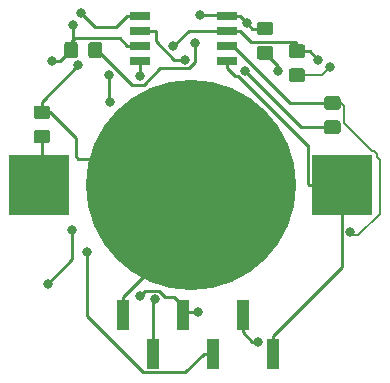
<source format=gbl>
G04 #@! TF.GenerationSoftware,KiCad,Pcbnew,(5.1.5)-3*
G04 #@! TF.CreationDate,2020-05-11T16:08:06-04:00*
G04 #@! TF.ProjectId,charlieplex,63686172-6c69-4657-906c-65782e6b6963,rev?*
G04 #@! TF.SameCoordinates,Original*
G04 #@! TF.FileFunction,Copper,L2,Bot*
G04 #@! TF.FilePolarity,Positive*
%FSLAX46Y46*%
G04 Gerber Fmt 4.6, Leading zero omitted, Abs format (unit mm)*
G04 Created by KiCad (PCBNEW (5.1.5)-3) date 2020-05-11 16:08:06*
%MOMM*%
%LPD*%
G04 APERTURE LIST*
%ADD10C,17.800000*%
%ADD11R,5.100000X5.100000*%
%ADD12R,1.700000X0.650000*%
%ADD13C,0.100000*%
%ADD14R,1.000000X2.510000*%
%ADD15C,0.800000*%
%ADD16C,0.250000*%
%ADD17C,0.200000*%
G04 APERTURE END LIST*
D10*
X189700000Y-114100000D03*
D11*
X202500000Y-114100000D03*
X176900000Y-114100000D03*
D12*
X192750000Y-103605000D03*
X192750000Y-102335000D03*
X192750000Y-101065000D03*
X192750000Y-99795000D03*
X185450000Y-99795000D03*
X185450000Y-101065000D03*
X185450000Y-102335000D03*
X185450000Y-103605000D03*
G04 #@! TA.AperFunction,SMDPad,CuDef*
D13*
G36*
X177574505Y-107401204D02*
G01*
X177598773Y-107404804D01*
X177622572Y-107410765D01*
X177645671Y-107419030D01*
X177667850Y-107429520D01*
X177688893Y-107442132D01*
X177708599Y-107456747D01*
X177726777Y-107473223D01*
X177743253Y-107491401D01*
X177757868Y-107511107D01*
X177770480Y-107532150D01*
X177780970Y-107554329D01*
X177789235Y-107577428D01*
X177795196Y-107601227D01*
X177798796Y-107625495D01*
X177800000Y-107649999D01*
X177800000Y-108300001D01*
X177798796Y-108324505D01*
X177795196Y-108348773D01*
X177789235Y-108372572D01*
X177780970Y-108395671D01*
X177770480Y-108417850D01*
X177757868Y-108438893D01*
X177743253Y-108458599D01*
X177726777Y-108476777D01*
X177708599Y-108493253D01*
X177688893Y-108507868D01*
X177667850Y-108520480D01*
X177645671Y-108530970D01*
X177622572Y-108539235D01*
X177598773Y-108545196D01*
X177574505Y-108548796D01*
X177550001Y-108550000D01*
X176649999Y-108550000D01*
X176625495Y-108548796D01*
X176601227Y-108545196D01*
X176577428Y-108539235D01*
X176554329Y-108530970D01*
X176532150Y-108520480D01*
X176511107Y-108507868D01*
X176491401Y-108493253D01*
X176473223Y-108476777D01*
X176456747Y-108458599D01*
X176442132Y-108438893D01*
X176429520Y-108417850D01*
X176419030Y-108395671D01*
X176410765Y-108372572D01*
X176404804Y-108348773D01*
X176401204Y-108324505D01*
X176400000Y-108300001D01*
X176400000Y-107649999D01*
X176401204Y-107625495D01*
X176404804Y-107601227D01*
X176410765Y-107577428D01*
X176419030Y-107554329D01*
X176429520Y-107532150D01*
X176442132Y-107511107D01*
X176456747Y-107491401D01*
X176473223Y-107473223D01*
X176491401Y-107456747D01*
X176511107Y-107442132D01*
X176532150Y-107429520D01*
X176554329Y-107419030D01*
X176577428Y-107410765D01*
X176601227Y-107404804D01*
X176625495Y-107401204D01*
X176649999Y-107400000D01*
X177550001Y-107400000D01*
X177574505Y-107401204D01*
G37*
G04 #@! TD.AperFunction*
G04 #@! TA.AperFunction,SMDPad,CuDef*
G36*
X177574505Y-109451204D02*
G01*
X177598773Y-109454804D01*
X177622572Y-109460765D01*
X177645671Y-109469030D01*
X177667850Y-109479520D01*
X177688893Y-109492132D01*
X177708599Y-109506747D01*
X177726777Y-109523223D01*
X177743253Y-109541401D01*
X177757868Y-109561107D01*
X177770480Y-109582150D01*
X177780970Y-109604329D01*
X177789235Y-109627428D01*
X177795196Y-109651227D01*
X177798796Y-109675495D01*
X177800000Y-109699999D01*
X177800000Y-110350001D01*
X177798796Y-110374505D01*
X177795196Y-110398773D01*
X177789235Y-110422572D01*
X177780970Y-110445671D01*
X177770480Y-110467850D01*
X177757868Y-110488893D01*
X177743253Y-110508599D01*
X177726777Y-110526777D01*
X177708599Y-110543253D01*
X177688893Y-110557868D01*
X177667850Y-110570480D01*
X177645671Y-110580970D01*
X177622572Y-110589235D01*
X177598773Y-110595196D01*
X177574505Y-110598796D01*
X177550001Y-110600000D01*
X176649999Y-110600000D01*
X176625495Y-110598796D01*
X176601227Y-110595196D01*
X176577428Y-110589235D01*
X176554329Y-110580970D01*
X176532150Y-110570480D01*
X176511107Y-110557868D01*
X176491401Y-110543253D01*
X176473223Y-110526777D01*
X176456747Y-110508599D01*
X176442132Y-110488893D01*
X176429520Y-110467850D01*
X176419030Y-110445671D01*
X176410765Y-110422572D01*
X176404804Y-110398773D01*
X176401204Y-110374505D01*
X176400000Y-110350001D01*
X176400000Y-109699999D01*
X176401204Y-109675495D01*
X176404804Y-109651227D01*
X176410765Y-109627428D01*
X176419030Y-109604329D01*
X176429520Y-109582150D01*
X176442132Y-109561107D01*
X176456747Y-109541401D01*
X176473223Y-109523223D01*
X176491401Y-109506747D01*
X176511107Y-109492132D01*
X176532150Y-109479520D01*
X176554329Y-109469030D01*
X176577428Y-109460765D01*
X176601227Y-109454804D01*
X176625495Y-109451204D01*
X176649999Y-109450000D01*
X177550001Y-109450000D01*
X177574505Y-109451204D01*
G37*
G04 #@! TD.AperFunction*
D14*
X183940000Y-125100000D03*
X189020000Y-125100000D03*
X194100000Y-125100000D03*
X186480000Y-128410000D03*
X191560000Y-128410000D03*
X196640000Y-128410000D03*
G04 #@! TA.AperFunction,SMDPad,CuDef*
D13*
G36*
X179924505Y-102001204D02*
G01*
X179948773Y-102004804D01*
X179972572Y-102010765D01*
X179995671Y-102019030D01*
X180017850Y-102029520D01*
X180038893Y-102042132D01*
X180058599Y-102056747D01*
X180076777Y-102073223D01*
X180093253Y-102091401D01*
X180107868Y-102111107D01*
X180120480Y-102132150D01*
X180130970Y-102154329D01*
X180139235Y-102177428D01*
X180145196Y-102201227D01*
X180148796Y-102225495D01*
X180150000Y-102249999D01*
X180150000Y-103150001D01*
X180148796Y-103174505D01*
X180145196Y-103198773D01*
X180139235Y-103222572D01*
X180130970Y-103245671D01*
X180120480Y-103267850D01*
X180107868Y-103288893D01*
X180093253Y-103308599D01*
X180076777Y-103326777D01*
X180058599Y-103343253D01*
X180038893Y-103357868D01*
X180017850Y-103370480D01*
X179995671Y-103380970D01*
X179972572Y-103389235D01*
X179948773Y-103395196D01*
X179924505Y-103398796D01*
X179900001Y-103400000D01*
X179249999Y-103400000D01*
X179225495Y-103398796D01*
X179201227Y-103395196D01*
X179177428Y-103389235D01*
X179154329Y-103380970D01*
X179132150Y-103370480D01*
X179111107Y-103357868D01*
X179091401Y-103343253D01*
X179073223Y-103326777D01*
X179056747Y-103308599D01*
X179042132Y-103288893D01*
X179029520Y-103267850D01*
X179019030Y-103245671D01*
X179010765Y-103222572D01*
X179004804Y-103198773D01*
X179001204Y-103174505D01*
X179000000Y-103150001D01*
X179000000Y-102249999D01*
X179001204Y-102225495D01*
X179004804Y-102201227D01*
X179010765Y-102177428D01*
X179019030Y-102154329D01*
X179029520Y-102132150D01*
X179042132Y-102111107D01*
X179056747Y-102091401D01*
X179073223Y-102073223D01*
X179091401Y-102056747D01*
X179111107Y-102042132D01*
X179132150Y-102029520D01*
X179154329Y-102019030D01*
X179177428Y-102010765D01*
X179201227Y-102004804D01*
X179225495Y-102001204D01*
X179249999Y-102000000D01*
X179900001Y-102000000D01*
X179924505Y-102001204D01*
G37*
G04 #@! TD.AperFunction*
G04 #@! TA.AperFunction,SMDPad,CuDef*
G36*
X181974505Y-102001204D02*
G01*
X181998773Y-102004804D01*
X182022572Y-102010765D01*
X182045671Y-102019030D01*
X182067850Y-102029520D01*
X182088893Y-102042132D01*
X182108599Y-102056747D01*
X182126777Y-102073223D01*
X182143253Y-102091401D01*
X182157868Y-102111107D01*
X182170480Y-102132150D01*
X182180970Y-102154329D01*
X182189235Y-102177428D01*
X182195196Y-102201227D01*
X182198796Y-102225495D01*
X182200000Y-102249999D01*
X182200000Y-103150001D01*
X182198796Y-103174505D01*
X182195196Y-103198773D01*
X182189235Y-103222572D01*
X182180970Y-103245671D01*
X182170480Y-103267850D01*
X182157868Y-103288893D01*
X182143253Y-103308599D01*
X182126777Y-103326777D01*
X182108599Y-103343253D01*
X182088893Y-103357868D01*
X182067850Y-103370480D01*
X182045671Y-103380970D01*
X182022572Y-103389235D01*
X181998773Y-103395196D01*
X181974505Y-103398796D01*
X181950001Y-103400000D01*
X181299999Y-103400000D01*
X181275495Y-103398796D01*
X181251227Y-103395196D01*
X181227428Y-103389235D01*
X181204329Y-103380970D01*
X181182150Y-103370480D01*
X181161107Y-103357868D01*
X181141401Y-103343253D01*
X181123223Y-103326777D01*
X181106747Y-103308599D01*
X181092132Y-103288893D01*
X181079520Y-103267850D01*
X181069030Y-103245671D01*
X181060765Y-103222572D01*
X181054804Y-103198773D01*
X181051204Y-103174505D01*
X181050000Y-103150001D01*
X181050000Y-102249999D01*
X181051204Y-102225495D01*
X181054804Y-102201227D01*
X181060765Y-102177428D01*
X181069030Y-102154329D01*
X181079520Y-102132150D01*
X181092132Y-102111107D01*
X181106747Y-102091401D01*
X181123223Y-102073223D01*
X181141401Y-102056747D01*
X181161107Y-102042132D01*
X181182150Y-102029520D01*
X181204329Y-102019030D01*
X181227428Y-102010765D01*
X181251227Y-102004804D01*
X181275495Y-102001204D01*
X181299999Y-102000000D01*
X181950001Y-102000000D01*
X181974505Y-102001204D01*
G37*
G04 #@! TD.AperFunction*
G04 #@! TA.AperFunction,SMDPad,CuDef*
G36*
X202174505Y-106601204D02*
G01*
X202198773Y-106604804D01*
X202222572Y-106610765D01*
X202245671Y-106619030D01*
X202267850Y-106629520D01*
X202288893Y-106642132D01*
X202308599Y-106656747D01*
X202326777Y-106673223D01*
X202343253Y-106691401D01*
X202357868Y-106711107D01*
X202370480Y-106732150D01*
X202380970Y-106754329D01*
X202389235Y-106777428D01*
X202395196Y-106801227D01*
X202398796Y-106825495D01*
X202400000Y-106849999D01*
X202400000Y-107500001D01*
X202398796Y-107524505D01*
X202395196Y-107548773D01*
X202389235Y-107572572D01*
X202380970Y-107595671D01*
X202370480Y-107617850D01*
X202357868Y-107638893D01*
X202343253Y-107658599D01*
X202326777Y-107676777D01*
X202308599Y-107693253D01*
X202288893Y-107707868D01*
X202267850Y-107720480D01*
X202245671Y-107730970D01*
X202222572Y-107739235D01*
X202198773Y-107745196D01*
X202174505Y-107748796D01*
X202150001Y-107750000D01*
X201249999Y-107750000D01*
X201225495Y-107748796D01*
X201201227Y-107745196D01*
X201177428Y-107739235D01*
X201154329Y-107730970D01*
X201132150Y-107720480D01*
X201111107Y-107707868D01*
X201091401Y-107693253D01*
X201073223Y-107676777D01*
X201056747Y-107658599D01*
X201042132Y-107638893D01*
X201029520Y-107617850D01*
X201019030Y-107595671D01*
X201010765Y-107572572D01*
X201004804Y-107548773D01*
X201001204Y-107524505D01*
X201000000Y-107500001D01*
X201000000Y-106849999D01*
X201001204Y-106825495D01*
X201004804Y-106801227D01*
X201010765Y-106777428D01*
X201019030Y-106754329D01*
X201029520Y-106732150D01*
X201042132Y-106711107D01*
X201056747Y-106691401D01*
X201073223Y-106673223D01*
X201091401Y-106656747D01*
X201111107Y-106642132D01*
X201132150Y-106629520D01*
X201154329Y-106619030D01*
X201177428Y-106610765D01*
X201201227Y-106604804D01*
X201225495Y-106601204D01*
X201249999Y-106600000D01*
X202150001Y-106600000D01*
X202174505Y-106601204D01*
G37*
G04 #@! TD.AperFunction*
G04 #@! TA.AperFunction,SMDPad,CuDef*
G36*
X202174505Y-108651204D02*
G01*
X202198773Y-108654804D01*
X202222572Y-108660765D01*
X202245671Y-108669030D01*
X202267850Y-108679520D01*
X202288893Y-108692132D01*
X202308599Y-108706747D01*
X202326777Y-108723223D01*
X202343253Y-108741401D01*
X202357868Y-108761107D01*
X202370480Y-108782150D01*
X202380970Y-108804329D01*
X202389235Y-108827428D01*
X202395196Y-108851227D01*
X202398796Y-108875495D01*
X202400000Y-108899999D01*
X202400000Y-109550001D01*
X202398796Y-109574505D01*
X202395196Y-109598773D01*
X202389235Y-109622572D01*
X202380970Y-109645671D01*
X202370480Y-109667850D01*
X202357868Y-109688893D01*
X202343253Y-109708599D01*
X202326777Y-109726777D01*
X202308599Y-109743253D01*
X202288893Y-109757868D01*
X202267850Y-109770480D01*
X202245671Y-109780970D01*
X202222572Y-109789235D01*
X202198773Y-109795196D01*
X202174505Y-109798796D01*
X202150001Y-109800000D01*
X201249999Y-109800000D01*
X201225495Y-109798796D01*
X201201227Y-109795196D01*
X201177428Y-109789235D01*
X201154329Y-109780970D01*
X201132150Y-109770480D01*
X201111107Y-109757868D01*
X201091401Y-109743253D01*
X201073223Y-109726777D01*
X201056747Y-109708599D01*
X201042132Y-109688893D01*
X201029520Y-109667850D01*
X201019030Y-109645671D01*
X201010765Y-109622572D01*
X201004804Y-109598773D01*
X201001204Y-109574505D01*
X201000000Y-109550001D01*
X201000000Y-108899999D01*
X201001204Y-108875495D01*
X201004804Y-108851227D01*
X201010765Y-108827428D01*
X201019030Y-108804329D01*
X201029520Y-108782150D01*
X201042132Y-108761107D01*
X201056747Y-108741401D01*
X201073223Y-108723223D01*
X201091401Y-108706747D01*
X201111107Y-108692132D01*
X201132150Y-108679520D01*
X201154329Y-108669030D01*
X201177428Y-108660765D01*
X201201227Y-108654804D01*
X201225495Y-108651204D01*
X201249999Y-108650000D01*
X202150001Y-108650000D01*
X202174505Y-108651204D01*
G37*
G04 #@! TD.AperFunction*
G04 #@! TA.AperFunction,SMDPad,CuDef*
G36*
X199174505Y-102201204D02*
G01*
X199198773Y-102204804D01*
X199222572Y-102210765D01*
X199245671Y-102219030D01*
X199267850Y-102229520D01*
X199288893Y-102242132D01*
X199308599Y-102256747D01*
X199326777Y-102273223D01*
X199343253Y-102291401D01*
X199357868Y-102311107D01*
X199370480Y-102332150D01*
X199380970Y-102354329D01*
X199389235Y-102377428D01*
X199395196Y-102401227D01*
X199398796Y-102425495D01*
X199400000Y-102449999D01*
X199400000Y-103100001D01*
X199398796Y-103124505D01*
X199395196Y-103148773D01*
X199389235Y-103172572D01*
X199380970Y-103195671D01*
X199370480Y-103217850D01*
X199357868Y-103238893D01*
X199343253Y-103258599D01*
X199326777Y-103276777D01*
X199308599Y-103293253D01*
X199288893Y-103307868D01*
X199267850Y-103320480D01*
X199245671Y-103330970D01*
X199222572Y-103339235D01*
X199198773Y-103345196D01*
X199174505Y-103348796D01*
X199150001Y-103350000D01*
X198249999Y-103350000D01*
X198225495Y-103348796D01*
X198201227Y-103345196D01*
X198177428Y-103339235D01*
X198154329Y-103330970D01*
X198132150Y-103320480D01*
X198111107Y-103307868D01*
X198091401Y-103293253D01*
X198073223Y-103276777D01*
X198056747Y-103258599D01*
X198042132Y-103238893D01*
X198029520Y-103217850D01*
X198019030Y-103195671D01*
X198010765Y-103172572D01*
X198004804Y-103148773D01*
X198001204Y-103124505D01*
X198000000Y-103100001D01*
X198000000Y-102449999D01*
X198001204Y-102425495D01*
X198004804Y-102401227D01*
X198010765Y-102377428D01*
X198019030Y-102354329D01*
X198029520Y-102332150D01*
X198042132Y-102311107D01*
X198056747Y-102291401D01*
X198073223Y-102273223D01*
X198091401Y-102256747D01*
X198111107Y-102242132D01*
X198132150Y-102229520D01*
X198154329Y-102219030D01*
X198177428Y-102210765D01*
X198201227Y-102204804D01*
X198225495Y-102201204D01*
X198249999Y-102200000D01*
X199150001Y-102200000D01*
X199174505Y-102201204D01*
G37*
G04 #@! TD.AperFunction*
G04 #@! TA.AperFunction,SMDPad,CuDef*
G36*
X199174505Y-104251204D02*
G01*
X199198773Y-104254804D01*
X199222572Y-104260765D01*
X199245671Y-104269030D01*
X199267850Y-104279520D01*
X199288893Y-104292132D01*
X199308599Y-104306747D01*
X199326777Y-104323223D01*
X199343253Y-104341401D01*
X199357868Y-104361107D01*
X199370480Y-104382150D01*
X199380970Y-104404329D01*
X199389235Y-104427428D01*
X199395196Y-104451227D01*
X199398796Y-104475495D01*
X199400000Y-104499999D01*
X199400000Y-105150001D01*
X199398796Y-105174505D01*
X199395196Y-105198773D01*
X199389235Y-105222572D01*
X199380970Y-105245671D01*
X199370480Y-105267850D01*
X199357868Y-105288893D01*
X199343253Y-105308599D01*
X199326777Y-105326777D01*
X199308599Y-105343253D01*
X199288893Y-105357868D01*
X199267850Y-105370480D01*
X199245671Y-105380970D01*
X199222572Y-105389235D01*
X199198773Y-105395196D01*
X199174505Y-105398796D01*
X199150001Y-105400000D01*
X198249999Y-105400000D01*
X198225495Y-105398796D01*
X198201227Y-105395196D01*
X198177428Y-105389235D01*
X198154329Y-105380970D01*
X198132150Y-105370480D01*
X198111107Y-105357868D01*
X198091401Y-105343253D01*
X198073223Y-105326777D01*
X198056747Y-105308599D01*
X198042132Y-105288893D01*
X198029520Y-105267850D01*
X198019030Y-105245671D01*
X198010765Y-105222572D01*
X198004804Y-105198773D01*
X198001204Y-105174505D01*
X198000000Y-105150001D01*
X198000000Y-104499999D01*
X198001204Y-104475495D01*
X198004804Y-104451227D01*
X198010765Y-104427428D01*
X198019030Y-104404329D01*
X198029520Y-104382150D01*
X198042132Y-104361107D01*
X198056747Y-104341401D01*
X198073223Y-104323223D01*
X198091401Y-104306747D01*
X198111107Y-104292132D01*
X198132150Y-104279520D01*
X198154329Y-104269030D01*
X198177428Y-104260765D01*
X198201227Y-104254804D01*
X198225495Y-104251204D01*
X198249999Y-104250000D01*
X199150001Y-104250000D01*
X199174505Y-104251204D01*
G37*
G04 #@! TD.AperFunction*
G04 #@! TA.AperFunction,SMDPad,CuDef*
G36*
X196474505Y-100301204D02*
G01*
X196498773Y-100304804D01*
X196522572Y-100310765D01*
X196545671Y-100319030D01*
X196567850Y-100329520D01*
X196588893Y-100342132D01*
X196608599Y-100356747D01*
X196626777Y-100373223D01*
X196643253Y-100391401D01*
X196657868Y-100411107D01*
X196670480Y-100432150D01*
X196680970Y-100454329D01*
X196689235Y-100477428D01*
X196695196Y-100501227D01*
X196698796Y-100525495D01*
X196700000Y-100549999D01*
X196700000Y-101200001D01*
X196698796Y-101224505D01*
X196695196Y-101248773D01*
X196689235Y-101272572D01*
X196680970Y-101295671D01*
X196670480Y-101317850D01*
X196657868Y-101338893D01*
X196643253Y-101358599D01*
X196626777Y-101376777D01*
X196608599Y-101393253D01*
X196588893Y-101407868D01*
X196567850Y-101420480D01*
X196545671Y-101430970D01*
X196522572Y-101439235D01*
X196498773Y-101445196D01*
X196474505Y-101448796D01*
X196450001Y-101450000D01*
X195549999Y-101450000D01*
X195525495Y-101448796D01*
X195501227Y-101445196D01*
X195477428Y-101439235D01*
X195454329Y-101430970D01*
X195432150Y-101420480D01*
X195411107Y-101407868D01*
X195391401Y-101393253D01*
X195373223Y-101376777D01*
X195356747Y-101358599D01*
X195342132Y-101338893D01*
X195329520Y-101317850D01*
X195319030Y-101295671D01*
X195310765Y-101272572D01*
X195304804Y-101248773D01*
X195301204Y-101224505D01*
X195300000Y-101200001D01*
X195300000Y-100549999D01*
X195301204Y-100525495D01*
X195304804Y-100501227D01*
X195310765Y-100477428D01*
X195319030Y-100454329D01*
X195329520Y-100432150D01*
X195342132Y-100411107D01*
X195356747Y-100391401D01*
X195373223Y-100373223D01*
X195391401Y-100356747D01*
X195411107Y-100342132D01*
X195432150Y-100329520D01*
X195454329Y-100319030D01*
X195477428Y-100310765D01*
X195501227Y-100304804D01*
X195525495Y-100301204D01*
X195549999Y-100300000D01*
X196450001Y-100300000D01*
X196474505Y-100301204D01*
G37*
G04 #@! TD.AperFunction*
G04 #@! TA.AperFunction,SMDPad,CuDef*
G36*
X196474505Y-102351204D02*
G01*
X196498773Y-102354804D01*
X196522572Y-102360765D01*
X196545671Y-102369030D01*
X196567850Y-102379520D01*
X196588893Y-102392132D01*
X196608599Y-102406747D01*
X196626777Y-102423223D01*
X196643253Y-102441401D01*
X196657868Y-102461107D01*
X196670480Y-102482150D01*
X196680970Y-102504329D01*
X196689235Y-102527428D01*
X196695196Y-102551227D01*
X196698796Y-102575495D01*
X196700000Y-102599999D01*
X196700000Y-103250001D01*
X196698796Y-103274505D01*
X196695196Y-103298773D01*
X196689235Y-103322572D01*
X196680970Y-103345671D01*
X196670480Y-103367850D01*
X196657868Y-103388893D01*
X196643253Y-103408599D01*
X196626777Y-103426777D01*
X196608599Y-103443253D01*
X196588893Y-103457868D01*
X196567850Y-103470480D01*
X196545671Y-103480970D01*
X196522572Y-103489235D01*
X196498773Y-103495196D01*
X196474505Y-103498796D01*
X196450001Y-103500000D01*
X195549999Y-103500000D01*
X195525495Y-103498796D01*
X195501227Y-103495196D01*
X195477428Y-103489235D01*
X195454329Y-103480970D01*
X195432150Y-103470480D01*
X195411107Y-103457868D01*
X195391401Y-103443253D01*
X195373223Y-103426777D01*
X195356747Y-103408599D01*
X195342132Y-103388893D01*
X195329520Y-103367850D01*
X195319030Y-103345671D01*
X195310765Y-103322572D01*
X195304804Y-103298773D01*
X195301204Y-103274505D01*
X195300000Y-103250001D01*
X195300000Y-102599999D01*
X195301204Y-102575495D01*
X195304804Y-102551227D01*
X195310765Y-102527428D01*
X195319030Y-102504329D01*
X195329520Y-102482150D01*
X195342132Y-102461107D01*
X195356747Y-102441401D01*
X195373223Y-102423223D01*
X195391401Y-102406747D01*
X195411107Y-102392132D01*
X195432150Y-102379520D01*
X195454329Y-102369030D01*
X195477428Y-102360765D01*
X195501227Y-102354804D01*
X195525495Y-102351204D01*
X195549999Y-102350000D01*
X196450001Y-102350000D01*
X196474505Y-102351204D01*
G37*
G04 #@! TD.AperFunction*
D15*
X180200000Y-104000000D03*
X180400000Y-99600000D03*
X201503687Y-104119119D03*
X190500000Y-99700000D03*
X194500000Y-100400000D03*
X182800000Y-104800000D03*
X182902158Y-107103237D03*
X195400000Y-127400000D03*
X177600000Y-122500000D03*
X179700000Y-117900000D03*
X194336989Y-104511684D03*
X190100000Y-102100000D03*
X197100000Y-104500000D03*
X200500000Y-103500000D03*
X188224847Y-102375153D03*
X180900000Y-119800000D03*
X190300000Y-124900000D03*
X185400000Y-123500000D03*
X203225000Y-118100000D03*
X179736179Y-100596203D03*
X178000000Y-103600000D03*
X186700000Y-123800000D03*
X185400000Y-104900000D03*
X189200000Y-103500000D03*
D16*
X189700000Y-117835000D02*
X189700000Y-114100000D01*
X183940000Y-123595000D02*
X189700000Y-117835000D01*
X183940000Y-125100000D02*
X183940000Y-123595000D01*
X177800000Y-107975000D02*
X180000000Y-110175000D01*
X177100000Y-107975000D02*
X177800000Y-107975000D01*
X180000000Y-111700000D02*
X180200000Y-111900000D01*
X180000000Y-110175000D02*
X180000000Y-111700000D01*
X187500000Y-111900000D02*
X189700000Y-114100000D01*
X180200000Y-111900000D02*
X187500000Y-111900000D01*
X177100000Y-107975000D02*
X177100000Y-107100000D01*
X177100000Y-107100000D02*
X180200000Y-104000000D01*
X183379566Y-100765434D02*
X184350000Y-99795000D01*
X181565434Y-100765434D02*
X183379566Y-100765434D01*
X184350000Y-99795000D02*
X185450000Y-99795000D01*
X180400000Y-99600000D02*
X181565434Y-100765434D01*
X193470000Y-104900000D02*
X192750000Y-104180000D01*
X202500000Y-114100000D02*
X199700000Y-114100000D01*
X192750000Y-104180000D02*
X192750000Y-103605000D01*
X199700000Y-114100000D02*
X199600000Y-114000000D01*
X177100000Y-113900000D02*
X176900000Y-114100000D01*
X177100000Y-110025000D02*
X177100000Y-113900000D01*
X193470000Y-104900000D02*
X193700000Y-104900000D01*
X193700000Y-104900000D02*
X199600000Y-110800000D01*
X199600000Y-114000000D02*
X199600000Y-110800000D01*
X199600000Y-110800000D02*
X199600000Y-110700000D01*
X202500000Y-116900000D02*
X202500000Y-114100000D01*
X202500000Y-121045000D02*
X202500000Y-116900000D01*
X196640000Y-126905000D02*
X202500000Y-121045000D01*
X196640000Y-128410000D02*
X196640000Y-126905000D01*
D17*
X198700000Y-104825000D02*
X200797806Y-104825000D01*
X200797806Y-104825000D02*
X201503687Y-104119119D01*
D16*
X195300000Y-100875000D02*
X196000000Y-100875000D01*
X194930000Y-100875000D02*
X195300000Y-100875000D01*
X192750000Y-99795000D02*
X193850000Y-99795000D01*
X192655000Y-99700000D02*
X192750000Y-99795000D01*
X190500000Y-99700000D02*
X192655000Y-99700000D01*
X193850000Y-99795000D02*
X194500000Y-100400000D01*
X194500000Y-100400000D02*
X194930000Y-100875000D01*
X182800000Y-104800000D02*
X182800000Y-107001079D01*
X182800000Y-107001079D02*
X182902158Y-107103237D01*
X194895000Y-127400000D02*
X195400000Y-127400000D01*
X194100000Y-125100000D02*
X194100000Y-126605000D01*
X194100000Y-126605000D02*
X194895000Y-127400000D01*
X177600000Y-122500000D02*
X179700000Y-120400000D01*
X179700000Y-120400000D02*
X179700000Y-117900000D01*
X201700000Y-109225000D02*
X199050305Y-109225000D01*
X199050305Y-109225000D02*
X194336989Y-104511684D01*
X189548001Y-104225001D02*
X190100000Y-103673002D01*
X185748001Y-105625001D02*
X187148001Y-104225001D01*
X190100000Y-103673002D02*
X190100000Y-102100000D01*
X187148001Y-104225001D02*
X189548001Y-104225001D01*
X181773002Y-102700000D02*
X181625000Y-102700000D01*
X184698003Y-105625001D02*
X181773002Y-102700000D01*
X185748001Y-105625001D02*
X184698003Y-105625001D01*
X197100000Y-104025000D02*
X196000000Y-102925000D01*
X197100000Y-104500000D02*
X197100000Y-104025000D01*
X198700000Y-102200000D02*
X198700000Y-102775000D01*
X194809990Y-102024990D02*
X198524990Y-102024990D01*
X198524990Y-102024990D02*
X198700000Y-102200000D01*
X193850000Y-101065000D02*
X194809990Y-102024990D01*
X192750000Y-101065000D02*
X193850000Y-101065000D01*
X198700000Y-102775000D02*
X199775000Y-102775000D01*
X199775000Y-102775000D02*
X200500000Y-103500000D01*
X192750000Y-101065000D02*
X189535000Y-101065000D01*
X189535000Y-101065000D02*
X188224847Y-102375153D01*
X189229999Y-129990001D02*
X185690001Y-129990001D01*
X191560000Y-128410000D02*
X190810000Y-128410000D01*
X190810000Y-128410000D02*
X189229999Y-129990001D01*
X180900000Y-125200000D02*
X180900000Y-119800000D01*
X185690001Y-129990001D02*
X180900000Y-125200000D01*
X201000000Y-107175000D02*
X201700000Y-107175000D01*
X198115000Y-107175000D02*
X201000000Y-107175000D01*
X193275000Y-102335000D02*
X198115000Y-107175000D01*
X192750000Y-102335000D02*
X193275000Y-102335000D01*
X189220000Y-124900000D02*
X189020000Y-125100000D01*
X190300000Y-124900000D02*
X189220000Y-124900000D01*
X185825001Y-123074999D02*
X185400000Y-123500000D01*
X187568002Y-123595000D02*
X187048001Y-123074999D01*
X188270000Y-123595000D02*
X187568002Y-123595000D01*
X187048001Y-123074999D02*
X185825001Y-123074999D01*
X189020000Y-124345000D02*
X188270000Y-123595000D01*
X189020000Y-125100000D02*
X189020000Y-124345000D01*
D17*
X202700010Y-107475010D02*
X202700010Y-108900010D01*
X201700000Y-107175000D02*
X202400000Y-107175000D01*
X202400000Y-107175000D02*
X202700010Y-107475010D01*
X202700010Y-108900010D02*
X204700000Y-110900000D01*
X204700000Y-110900000D02*
X205049999Y-111249999D01*
X205249999Y-111249999D02*
X205467511Y-111467511D01*
X205049999Y-111249999D02*
X205249999Y-111249999D01*
X205467511Y-111467511D02*
X205467511Y-111767511D01*
X205467511Y-111767511D02*
X205700000Y-112000000D01*
X205700000Y-116540002D02*
X203900000Y-118340002D01*
X205700000Y-112000000D02*
X205700000Y-116540002D01*
X203900000Y-118340002D02*
X203465002Y-118340002D01*
X203465002Y-118340002D02*
X203225000Y-118100000D01*
D16*
X179736179Y-102538821D02*
X179575000Y-102700000D01*
X179736179Y-100596203D02*
X179736179Y-102538821D01*
X184350000Y-102335000D02*
X185450000Y-102335000D01*
X183689990Y-101674990D02*
X184350000Y-102335000D01*
X179575000Y-102000000D02*
X179900010Y-101674990D01*
X179900010Y-101674990D02*
X183689990Y-101674990D01*
X179575000Y-102700000D02*
X179575000Y-102000000D01*
X178675000Y-103600000D02*
X179575000Y-102700000D01*
X178000000Y-103600000D02*
X178675000Y-103600000D01*
X186480000Y-128410000D02*
X186480000Y-124020000D01*
X186480000Y-124020000D02*
X186700000Y-123800000D01*
X185400000Y-103655000D02*
X185450000Y-103605000D01*
X185400000Y-104900000D02*
X185400000Y-103655000D01*
X185450000Y-101065000D02*
X186765000Y-101065000D01*
X186765000Y-101065000D02*
X186765000Y-101965000D01*
X188300000Y-103500000D02*
X189200000Y-103500000D01*
X186765000Y-101965000D02*
X188300000Y-103500000D01*
M02*

</source>
